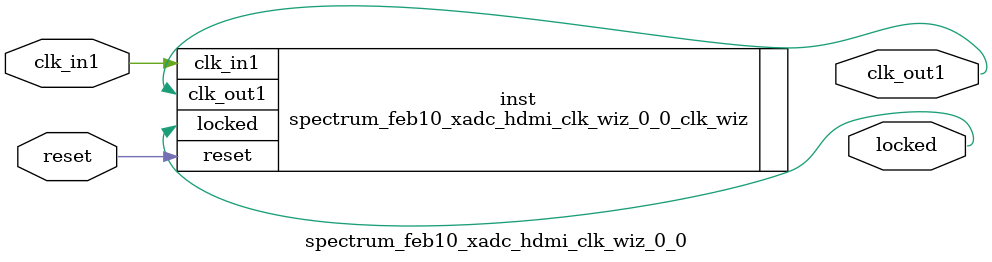
<source format=v>


`timescale 1ps/1ps

(* CORE_GENERATION_INFO = "spectrum_feb10_xadc_hdmi_clk_wiz_0_0,clk_wiz_v6_0_2_0_0,{component_name=spectrum_feb10_xadc_hdmi_clk_wiz_0_0,use_phase_alignment=true,use_min_o_jitter=false,use_max_i_jitter=false,use_dyn_phase_shift=false,use_inclk_switchover=false,use_dyn_reconfig=false,enable_axi=0,feedback_source=FDBK_AUTO,PRIMITIVE=MMCM,num_out_clk=1,clkin1_period=10.000,clkin2_period=10.000,use_power_down=false,use_reset=true,use_locked=true,use_inclk_stopped=false,feedback_type=SINGLE,CLOCK_MGR_TYPE=NA,manual_override=false}" *)

module spectrum_feb10_xadc_hdmi_clk_wiz_0_0 
 (
  // Clock out ports
  output        clk_out1,
  // Status and control signals
  input         reset,
  output        locked,
 // Clock in ports
  input         clk_in1
 );

  spectrum_feb10_xadc_hdmi_clk_wiz_0_0_clk_wiz inst
  (
  // Clock out ports  
  .clk_out1(clk_out1),
  // Status and control signals               
  .reset(reset), 
  .locked(locked),
 // Clock in ports
  .clk_in1(clk_in1)
  );

endmodule

</source>
